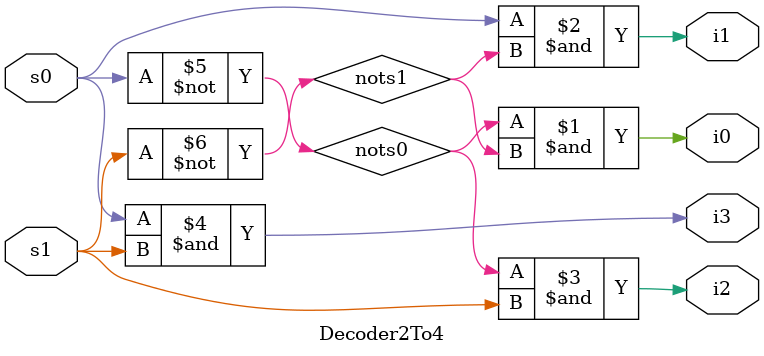
<source format=v>
module Decoder2To4 (s0,s1,i0,i1,i2,i3) ;

input s0,s1 ;
output i0,i1,i2,i3 ;

wire nots0 ,nots1 ;

not (nots0,s0) ;
not (nots1,s1);

and g1(i0,nots0 ,nots1);
and g2(i1,s0,nots1);
and g3(i2,nots0,s1);
and g4(i3,s0,s1);

endmodule

</source>
